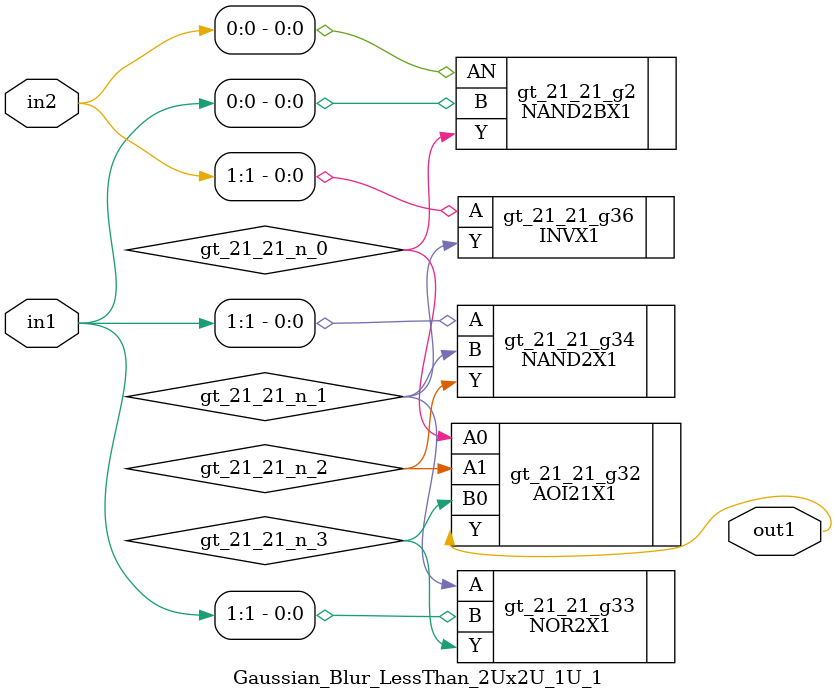
<source format=v>
`timescale 1ps / 1ps


module Gaussian_Blur_LessThan_2Ux2U_1U_1(in2, in1, out1);
  input [1:0] in2, in1;
  output out1;
  wire [1:0] in2, in1;
  wire out1;
  wire gt_21_21_n_0, gt_21_21_n_1, gt_21_21_n_2, gt_21_21_n_3;
  AOI21X1 gt_21_21_g32(.A0 (gt_21_21_n_0), .A1 (gt_21_21_n_2), .B0
       (gt_21_21_n_3), .Y (out1));
  NOR2X1 gt_21_21_g33(.A (gt_21_21_n_1), .B (in1[1]), .Y
       (gt_21_21_n_3));
  NAND2X1 gt_21_21_g34(.A (in1[1]), .B (gt_21_21_n_1), .Y
       (gt_21_21_n_2));
  INVX1 gt_21_21_g36(.A (in2[1]), .Y (gt_21_21_n_1));
  NAND2BX1 gt_21_21_g2(.AN (in2[0]), .B (in1[0]), .Y (gt_21_21_n_0));
endmodule



</source>
